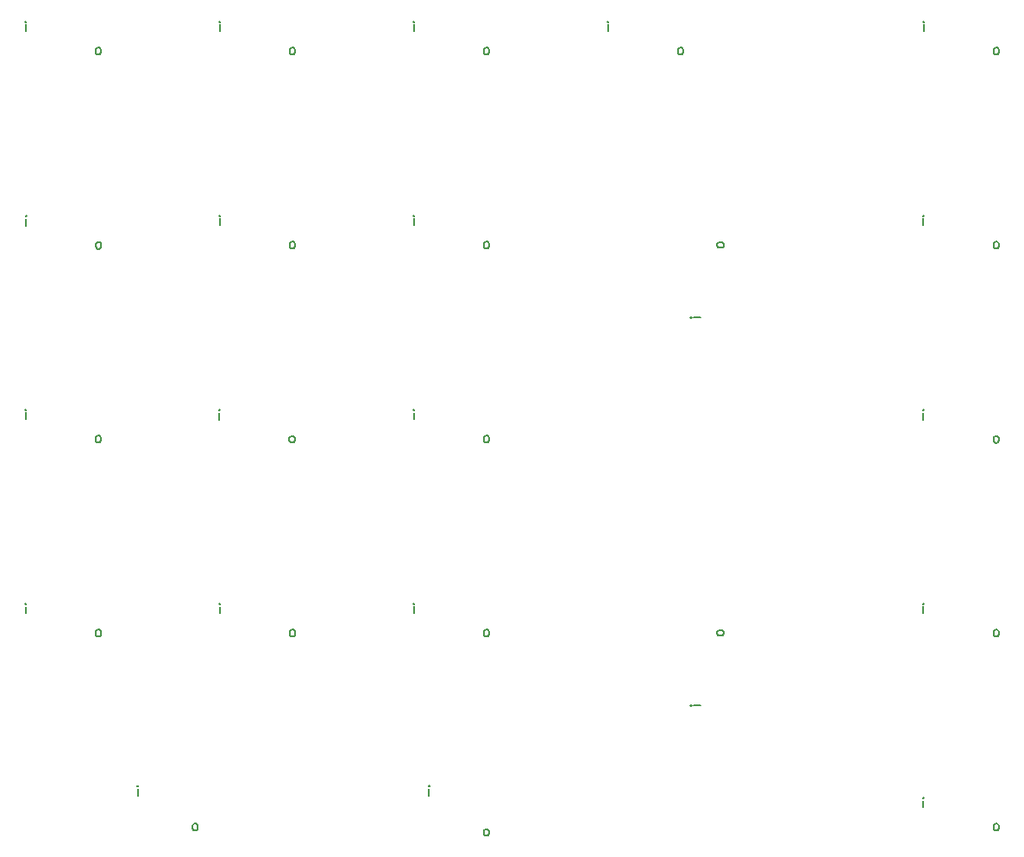
<source format=gbr>
%TF.GenerationSoftware,KiCad,Pcbnew,8.0.6*%
%TF.CreationDate,2024-11-30T15:29:51-05:00*%
%TF.ProjectId,keyboard,6b657962-6f61-4726-942e-6b696361645f,rev?*%
%TF.SameCoordinates,Original*%
%TF.FileFunction,Legend,Top*%
%TF.FilePolarity,Positive*%
%FSLAX46Y46*%
G04 Gerber Fmt 4.6, Leading zero omitted, Abs format (unit mm)*
G04 Created by KiCad (PCBNEW 8.0.6) date 2024-11-30 15:29:51*
%MOMM*%
%LPD*%
G01*
G04 APERTURE LIST*
%ADD10C,0.150000*%
G04 APERTURE END LIST*
D10*
X163949776Y-74625674D02*
X163949776Y-73959007D01*
X163949776Y-73625674D02*
X163997395Y-73673293D01*
X163997395Y-73673293D02*
X163949776Y-73720912D01*
X163949776Y-73720912D02*
X163902157Y-73673293D01*
X163902157Y-73673293D02*
X163949776Y-73625674D01*
X163949776Y-73625674D02*
X163949776Y-73720912D01*
X171146919Y-76895674D02*
X171242157Y-76848055D01*
X171242157Y-76848055D02*
X171289776Y-76800435D01*
X171289776Y-76800435D02*
X171337395Y-76705197D01*
X171337395Y-76705197D02*
X171337395Y-76419483D01*
X171337395Y-76419483D02*
X171289776Y-76324245D01*
X171289776Y-76324245D02*
X171242157Y-76276626D01*
X171242157Y-76276626D02*
X171146919Y-76229007D01*
X171146919Y-76229007D02*
X171004062Y-76229007D01*
X171004062Y-76229007D02*
X170908824Y-76276626D01*
X170908824Y-76276626D02*
X170861205Y-76324245D01*
X170861205Y-76324245D02*
X170813586Y-76419483D01*
X170813586Y-76419483D02*
X170813586Y-76705197D01*
X170813586Y-76705197D02*
X170861205Y-76800435D01*
X170861205Y-76800435D02*
X170908824Y-76848055D01*
X170908824Y-76848055D02*
X171004062Y-76895674D01*
X171004062Y-76895674D02*
X171146919Y-76895674D01*
X190171519Y-115021074D02*
X190266757Y-114973455D01*
X190266757Y-114973455D02*
X190314376Y-114925835D01*
X190314376Y-114925835D02*
X190361995Y-114830597D01*
X190361995Y-114830597D02*
X190361995Y-114544883D01*
X190361995Y-114544883D02*
X190314376Y-114449645D01*
X190314376Y-114449645D02*
X190266757Y-114402026D01*
X190266757Y-114402026D02*
X190171519Y-114354407D01*
X190171519Y-114354407D02*
X190028662Y-114354407D01*
X190028662Y-114354407D02*
X189933424Y-114402026D01*
X189933424Y-114402026D02*
X189885805Y-114449645D01*
X189885805Y-114449645D02*
X189838186Y-114544883D01*
X189838186Y-114544883D02*
X189838186Y-114830597D01*
X189838186Y-114830597D02*
X189885805Y-114925835D01*
X189885805Y-114925835D02*
X189933424Y-114973455D01*
X189933424Y-114973455D02*
X190028662Y-115021074D01*
X190028662Y-115021074D02*
X190171519Y-115021074D01*
X182974376Y-112751074D02*
X182974376Y-112084407D01*
X182974376Y-111751074D02*
X183021995Y-111798693D01*
X183021995Y-111798693D02*
X182974376Y-111846312D01*
X182974376Y-111846312D02*
X182926757Y-111798693D01*
X182926757Y-111798693D02*
X182974376Y-111751074D01*
X182974376Y-111751074D02*
X182974376Y-111846312D01*
X202043220Y-74622320D02*
X202043220Y-73955653D01*
X202043220Y-73622320D02*
X202090839Y-73669939D01*
X202090839Y-73669939D02*
X202043220Y-73717558D01*
X202043220Y-73717558D02*
X201995601Y-73669939D01*
X201995601Y-73669939D02*
X202043220Y-73622320D01*
X202043220Y-73622320D02*
X202043220Y-73717558D01*
X209240363Y-76892320D02*
X209335601Y-76844701D01*
X209335601Y-76844701D02*
X209383220Y-76797081D01*
X209383220Y-76797081D02*
X209430839Y-76701843D01*
X209430839Y-76701843D02*
X209430839Y-76416129D01*
X209430839Y-76416129D02*
X209383220Y-76320891D01*
X209383220Y-76320891D02*
X209335601Y-76273272D01*
X209335601Y-76273272D02*
X209240363Y-76225653D01*
X209240363Y-76225653D02*
X209097506Y-76225653D01*
X209097506Y-76225653D02*
X209002268Y-76273272D01*
X209002268Y-76273272D02*
X208954649Y-76320891D01*
X208954649Y-76320891D02*
X208907030Y-76416129D01*
X208907030Y-76416129D02*
X208907030Y-76701843D01*
X208907030Y-76701843D02*
X208954649Y-76797081D01*
X208954649Y-76797081D02*
X209002268Y-76844701D01*
X209002268Y-76844701D02*
X209097506Y-76892320D01*
X209097506Y-76892320D02*
X209240363Y-76892320D01*
X252073264Y-74625674D02*
X252073264Y-73959007D01*
X252073264Y-73625674D02*
X252120883Y-73673293D01*
X252120883Y-73673293D02*
X252073264Y-73720912D01*
X252073264Y-73720912D02*
X252025645Y-73673293D01*
X252025645Y-73673293D02*
X252073264Y-73625674D01*
X252073264Y-73625674D02*
X252073264Y-73720912D01*
X259270407Y-76895674D02*
X259365645Y-76848055D01*
X259365645Y-76848055D02*
X259413264Y-76800435D01*
X259413264Y-76800435D02*
X259460883Y-76705197D01*
X259460883Y-76705197D02*
X259460883Y-76419483D01*
X259460883Y-76419483D02*
X259413264Y-76324245D01*
X259413264Y-76324245D02*
X259365645Y-76276626D01*
X259365645Y-76276626D02*
X259270407Y-76229007D01*
X259270407Y-76229007D02*
X259127550Y-76229007D01*
X259127550Y-76229007D02*
X259032312Y-76276626D01*
X259032312Y-76276626D02*
X258984693Y-76324245D01*
X258984693Y-76324245D02*
X258937074Y-76419483D01*
X258937074Y-76419483D02*
X258937074Y-76705197D01*
X258937074Y-76705197D02*
X258984693Y-76800435D01*
X258984693Y-76800435D02*
X259032312Y-76848055D01*
X259032312Y-76848055D02*
X259127550Y-76895674D01*
X259127550Y-76895674D02*
X259270407Y-76895674D01*
X171146919Y-114995674D02*
X171242157Y-114948055D01*
X171242157Y-114948055D02*
X171289776Y-114900435D01*
X171289776Y-114900435D02*
X171337395Y-114805197D01*
X171337395Y-114805197D02*
X171337395Y-114519483D01*
X171337395Y-114519483D02*
X171289776Y-114424245D01*
X171289776Y-114424245D02*
X171242157Y-114376626D01*
X171242157Y-114376626D02*
X171146919Y-114329007D01*
X171146919Y-114329007D02*
X171004062Y-114329007D01*
X171004062Y-114329007D02*
X170908824Y-114376626D01*
X170908824Y-114376626D02*
X170861205Y-114424245D01*
X170861205Y-114424245D02*
X170813586Y-114519483D01*
X170813586Y-114519483D02*
X170813586Y-114805197D01*
X170813586Y-114805197D02*
X170861205Y-114900435D01*
X170861205Y-114900435D02*
X170908824Y-114948055D01*
X170908824Y-114948055D02*
X171004062Y-114995674D01*
X171004062Y-114995674D02*
X171146919Y-114995674D01*
X163949776Y-112725674D02*
X163949776Y-112059007D01*
X163949776Y-111725674D02*
X163997395Y-111773293D01*
X163997395Y-111773293D02*
X163949776Y-111820912D01*
X163949776Y-111820912D02*
X163902157Y-111773293D01*
X163902157Y-111773293D02*
X163949776Y-111725674D01*
X163949776Y-111725674D02*
X163949776Y-111820912D01*
X190196919Y-76895674D02*
X190292157Y-76848055D01*
X190292157Y-76848055D02*
X190339776Y-76800435D01*
X190339776Y-76800435D02*
X190387395Y-76705197D01*
X190387395Y-76705197D02*
X190387395Y-76419483D01*
X190387395Y-76419483D02*
X190339776Y-76324245D01*
X190339776Y-76324245D02*
X190292157Y-76276626D01*
X190292157Y-76276626D02*
X190196919Y-76229007D01*
X190196919Y-76229007D02*
X190054062Y-76229007D01*
X190054062Y-76229007D02*
X189958824Y-76276626D01*
X189958824Y-76276626D02*
X189911205Y-76324245D01*
X189911205Y-76324245D02*
X189863586Y-76419483D01*
X189863586Y-76419483D02*
X189863586Y-76705197D01*
X189863586Y-76705197D02*
X189911205Y-76800435D01*
X189911205Y-76800435D02*
X189958824Y-76848055D01*
X189958824Y-76848055D02*
X190054062Y-76895674D01*
X190054062Y-76895674D02*
X190196919Y-76895674D01*
X182999776Y-74625674D02*
X182999776Y-73959007D01*
X182999776Y-73625674D02*
X183047395Y-73673293D01*
X183047395Y-73673293D02*
X182999776Y-73720912D01*
X182999776Y-73720912D02*
X182952157Y-73673293D01*
X182952157Y-73673293D02*
X182999776Y-73625674D01*
X182999776Y-73625674D02*
X182999776Y-73720912D01*
X259264407Y-95944964D02*
X259359645Y-95897345D01*
X259359645Y-95897345D02*
X259407264Y-95849725D01*
X259407264Y-95849725D02*
X259454883Y-95754487D01*
X259454883Y-95754487D02*
X259454883Y-95468773D01*
X259454883Y-95468773D02*
X259407264Y-95373535D01*
X259407264Y-95373535D02*
X259359645Y-95325916D01*
X259359645Y-95325916D02*
X259264407Y-95278297D01*
X259264407Y-95278297D02*
X259121550Y-95278297D01*
X259121550Y-95278297D02*
X259026312Y-95325916D01*
X259026312Y-95325916D02*
X258978693Y-95373535D01*
X258978693Y-95373535D02*
X258931074Y-95468773D01*
X258931074Y-95468773D02*
X258931074Y-95754487D01*
X258931074Y-95754487D02*
X258978693Y-95849725D01*
X258978693Y-95849725D02*
X259026312Y-95897345D01*
X259026312Y-95897345D02*
X259121550Y-95944964D01*
X259121550Y-95944964D02*
X259264407Y-95944964D01*
X252067264Y-93674964D02*
X252067264Y-93008297D01*
X252067264Y-92674964D02*
X252114883Y-92722583D01*
X252114883Y-92722583D02*
X252067264Y-92770202D01*
X252067264Y-92770202D02*
X252019645Y-92722583D01*
X252019645Y-92722583D02*
X252067264Y-92674964D01*
X252067264Y-92674964D02*
X252067264Y-92770202D01*
X171157807Y-134052592D02*
X171253045Y-134004973D01*
X171253045Y-134004973D02*
X171300664Y-133957353D01*
X171300664Y-133957353D02*
X171348283Y-133862115D01*
X171348283Y-133862115D02*
X171348283Y-133576401D01*
X171348283Y-133576401D02*
X171300664Y-133481163D01*
X171300664Y-133481163D02*
X171253045Y-133433544D01*
X171253045Y-133433544D02*
X171157807Y-133385925D01*
X171157807Y-133385925D02*
X171014950Y-133385925D01*
X171014950Y-133385925D02*
X170919712Y-133433544D01*
X170919712Y-133433544D02*
X170872093Y-133481163D01*
X170872093Y-133481163D02*
X170824474Y-133576401D01*
X170824474Y-133576401D02*
X170824474Y-133862115D01*
X170824474Y-133862115D02*
X170872093Y-133957353D01*
X170872093Y-133957353D02*
X170919712Y-134004973D01*
X170919712Y-134004973D02*
X171014950Y-134052592D01*
X171014950Y-134052592D02*
X171157807Y-134052592D01*
X163960664Y-131782592D02*
X163960664Y-131115925D01*
X163960664Y-130782592D02*
X164008283Y-130830211D01*
X164008283Y-130830211D02*
X163960664Y-130877830D01*
X163960664Y-130877830D02*
X163913045Y-130830211D01*
X163913045Y-130830211D02*
X163960664Y-130782592D01*
X163960664Y-130782592D02*
X163960664Y-130877830D01*
X221099776Y-74625674D02*
X221099776Y-73959007D01*
X221099776Y-73625674D02*
X221147395Y-73673293D01*
X221147395Y-73673293D02*
X221099776Y-73720912D01*
X221099776Y-73720912D02*
X221052157Y-73673293D01*
X221052157Y-73673293D02*
X221099776Y-73625674D01*
X221099776Y-73625674D02*
X221099776Y-73720912D01*
X228296919Y-76895674D02*
X228392157Y-76848055D01*
X228392157Y-76848055D02*
X228439776Y-76800435D01*
X228439776Y-76800435D02*
X228487395Y-76705197D01*
X228487395Y-76705197D02*
X228487395Y-76419483D01*
X228487395Y-76419483D02*
X228439776Y-76324245D01*
X228439776Y-76324245D02*
X228392157Y-76276626D01*
X228392157Y-76276626D02*
X228296919Y-76229007D01*
X228296919Y-76229007D02*
X228154062Y-76229007D01*
X228154062Y-76229007D02*
X228058824Y-76276626D01*
X228058824Y-76276626D02*
X228011205Y-76324245D01*
X228011205Y-76324245D02*
X227963586Y-76419483D01*
X227963586Y-76419483D02*
X227963586Y-76705197D01*
X227963586Y-76705197D02*
X228011205Y-76800435D01*
X228011205Y-76800435D02*
X228058824Y-76848055D01*
X228058824Y-76848055D02*
X228154062Y-76895674D01*
X228154062Y-76895674D02*
X228296919Y-76895674D01*
X183010664Y-131782592D02*
X183010664Y-131115925D01*
X183010664Y-130782592D02*
X183058283Y-130830211D01*
X183058283Y-130830211D02*
X183010664Y-130877830D01*
X183010664Y-130877830D02*
X182963045Y-130830211D01*
X182963045Y-130830211D02*
X183010664Y-130782592D01*
X183010664Y-130782592D02*
X183010664Y-130877830D01*
X190207807Y-134052592D02*
X190303045Y-134004973D01*
X190303045Y-134004973D02*
X190350664Y-133957353D01*
X190350664Y-133957353D02*
X190398283Y-133862115D01*
X190398283Y-133862115D02*
X190398283Y-133576401D01*
X190398283Y-133576401D02*
X190350664Y-133481163D01*
X190350664Y-133481163D02*
X190303045Y-133433544D01*
X190303045Y-133433544D02*
X190207807Y-133385925D01*
X190207807Y-133385925D02*
X190064950Y-133385925D01*
X190064950Y-133385925D02*
X189969712Y-133433544D01*
X189969712Y-133433544D02*
X189922093Y-133481163D01*
X189922093Y-133481163D02*
X189874474Y-133576401D01*
X189874474Y-133576401D02*
X189874474Y-133862115D01*
X189874474Y-133862115D02*
X189922093Y-133957353D01*
X189922093Y-133957353D02*
X189969712Y-134004973D01*
X189969712Y-134004973D02*
X190064950Y-134052592D01*
X190064950Y-134052592D02*
X190207807Y-134052592D01*
X174954776Y-149675674D02*
X174954776Y-149009007D01*
X174954776Y-148675674D02*
X175002395Y-148723293D01*
X175002395Y-148723293D02*
X174954776Y-148770912D01*
X174954776Y-148770912D02*
X174907157Y-148723293D01*
X174907157Y-148723293D02*
X174954776Y-148675674D01*
X174954776Y-148675674D02*
X174954776Y-148770912D01*
X180671919Y-153095674D02*
X180767157Y-153048055D01*
X180767157Y-153048055D02*
X180814776Y-153000435D01*
X180814776Y-153000435D02*
X180862395Y-152905197D01*
X180862395Y-152905197D02*
X180862395Y-152619483D01*
X180862395Y-152619483D02*
X180814776Y-152524245D01*
X180814776Y-152524245D02*
X180767157Y-152476626D01*
X180767157Y-152476626D02*
X180671919Y-152429007D01*
X180671919Y-152429007D02*
X180529062Y-152429007D01*
X180529062Y-152429007D02*
X180433824Y-152476626D01*
X180433824Y-152476626D02*
X180386205Y-152524245D01*
X180386205Y-152524245D02*
X180338586Y-152619483D01*
X180338586Y-152619483D02*
X180338586Y-152905197D01*
X180338586Y-152905197D02*
X180386205Y-153000435D01*
X180386205Y-153000435D02*
X180433824Y-153048055D01*
X180433824Y-153048055D02*
X180529062Y-153095674D01*
X180529062Y-153095674D02*
X180671919Y-153095674D01*
X209252319Y-153625674D02*
X209347557Y-153578055D01*
X209347557Y-153578055D02*
X209395176Y-153530435D01*
X209395176Y-153530435D02*
X209442795Y-153435197D01*
X209442795Y-153435197D02*
X209442795Y-153149483D01*
X209442795Y-153149483D02*
X209395176Y-153054245D01*
X209395176Y-153054245D02*
X209347557Y-153006626D01*
X209347557Y-153006626D02*
X209252319Y-152959007D01*
X209252319Y-152959007D02*
X209109462Y-152959007D01*
X209109462Y-152959007D02*
X209014224Y-153006626D01*
X209014224Y-153006626D02*
X208966605Y-153054245D01*
X208966605Y-153054245D02*
X208918986Y-153149483D01*
X208918986Y-153149483D02*
X208918986Y-153435197D01*
X208918986Y-153435197D02*
X208966605Y-153530435D01*
X208966605Y-153530435D02*
X209014224Y-153578055D01*
X209014224Y-153578055D02*
X209109462Y-153625674D01*
X209109462Y-153625674D02*
X209252319Y-153625674D01*
X203555176Y-149675674D02*
X203555176Y-149009007D01*
X203555176Y-148675674D02*
X203602795Y-148723293D01*
X203602795Y-148723293D02*
X203555176Y-148770912D01*
X203555176Y-148770912D02*
X203507557Y-148723293D01*
X203507557Y-148723293D02*
X203555176Y-148675674D01*
X203555176Y-148675674D02*
X203555176Y-148770912D01*
X171178319Y-95976119D02*
X171273557Y-95928500D01*
X171273557Y-95928500D02*
X171321176Y-95880880D01*
X171321176Y-95880880D02*
X171368795Y-95785642D01*
X171368795Y-95785642D02*
X171368795Y-95499928D01*
X171368795Y-95499928D02*
X171321176Y-95404690D01*
X171321176Y-95404690D02*
X171273557Y-95357071D01*
X171273557Y-95357071D02*
X171178319Y-95309452D01*
X171178319Y-95309452D02*
X171035462Y-95309452D01*
X171035462Y-95309452D02*
X170940224Y-95357071D01*
X170940224Y-95357071D02*
X170892605Y-95404690D01*
X170892605Y-95404690D02*
X170844986Y-95499928D01*
X170844986Y-95499928D02*
X170844986Y-95785642D01*
X170844986Y-95785642D02*
X170892605Y-95880880D01*
X170892605Y-95880880D02*
X170940224Y-95928500D01*
X170940224Y-95928500D02*
X171035462Y-95976119D01*
X171035462Y-95976119D02*
X171178319Y-95976119D01*
X163981176Y-93706119D02*
X163981176Y-93039452D01*
X163981176Y-92706119D02*
X164028795Y-92753738D01*
X164028795Y-92753738D02*
X163981176Y-92801357D01*
X163981176Y-92801357D02*
X163933557Y-92753738D01*
X163933557Y-92753738D02*
X163981176Y-92706119D01*
X163981176Y-92706119D02*
X163981176Y-92801357D01*
X252068376Y-150830719D02*
X252068376Y-150164052D01*
X252068376Y-149830719D02*
X252115995Y-149878338D01*
X252115995Y-149878338D02*
X252068376Y-149925957D01*
X252068376Y-149925957D02*
X252020757Y-149878338D01*
X252020757Y-149878338D02*
X252068376Y-149830719D01*
X252068376Y-149830719D02*
X252068376Y-149925957D01*
X259265519Y-153100719D02*
X259360757Y-153053100D01*
X259360757Y-153053100D02*
X259408376Y-153005480D01*
X259408376Y-153005480D02*
X259455995Y-152910242D01*
X259455995Y-152910242D02*
X259455995Y-152624528D01*
X259455995Y-152624528D02*
X259408376Y-152529290D01*
X259408376Y-152529290D02*
X259360757Y-152481671D01*
X259360757Y-152481671D02*
X259265519Y-152434052D01*
X259265519Y-152434052D02*
X259122662Y-152434052D01*
X259122662Y-152434052D02*
X259027424Y-152481671D01*
X259027424Y-152481671D02*
X258979805Y-152529290D01*
X258979805Y-152529290D02*
X258932186Y-152624528D01*
X258932186Y-152624528D02*
X258932186Y-152910242D01*
X258932186Y-152910242D02*
X258979805Y-153005480D01*
X258979805Y-153005480D02*
X259027424Y-153053100D01*
X259027424Y-153053100D02*
X259122662Y-153100719D01*
X259122662Y-153100719D02*
X259265519Y-153100719D01*
X252067264Y-131774964D02*
X252067264Y-131108297D01*
X252067264Y-130774964D02*
X252114883Y-130822583D01*
X252114883Y-130822583D02*
X252067264Y-130870202D01*
X252067264Y-130870202D02*
X252019645Y-130822583D01*
X252019645Y-130822583D02*
X252067264Y-130774964D01*
X252067264Y-130774964D02*
X252067264Y-130870202D01*
X259264407Y-134044964D02*
X259359645Y-133997345D01*
X259359645Y-133997345D02*
X259407264Y-133949725D01*
X259407264Y-133949725D02*
X259454883Y-133854487D01*
X259454883Y-133854487D02*
X259454883Y-133568773D01*
X259454883Y-133568773D02*
X259407264Y-133473535D01*
X259407264Y-133473535D02*
X259359645Y-133425916D01*
X259359645Y-133425916D02*
X259264407Y-133378297D01*
X259264407Y-133378297D02*
X259121550Y-133378297D01*
X259121550Y-133378297D02*
X259026312Y-133425916D01*
X259026312Y-133425916D02*
X258978693Y-133473535D01*
X258978693Y-133473535D02*
X258931074Y-133568773D01*
X258931074Y-133568773D02*
X258931074Y-133854487D01*
X258931074Y-133854487D02*
X258978693Y-133949725D01*
X258978693Y-133949725D02*
X259026312Y-133997345D01*
X259026312Y-133997345D02*
X259121550Y-134044964D01*
X259121550Y-134044964D02*
X259264407Y-134044964D01*
X209251807Y-134044964D02*
X209347045Y-133997345D01*
X209347045Y-133997345D02*
X209394664Y-133949725D01*
X209394664Y-133949725D02*
X209442283Y-133854487D01*
X209442283Y-133854487D02*
X209442283Y-133568773D01*
X209442283Y-133568773D02*
X209394664Y-133473535D01*
X209394664Y-133473535D02*
X209347045Y-133425916D01*
X209347045Y-133425916D02*
X209251807Y-133378297D01*
X209251807Y-133378297D02*
X209108950Y-133378297D01*
X209108950Y-133378297D02*
X209013712Y-133425916D01*
X209013712Y-133425916D02*
X208966093Y-133473535D01*
X208966093Y-133473535D02*
X208918474Y-133568773D01*
X208918474Y-133568773D02*
X208918474Y-133854487D01*
X208918474Y-133854487D02*
X208966093Y-133949725D01*
X208966093Y-133949725D02*
X209013712Y-133997345D01*
X209013712Y-133997345D02*
X209108950Y-134044964D01*
X209108950Y-134044964D02*
X209251807Y-134044964D01*
X202054664Y-131774964D02*
X202054664Y-131108297D01*
X202054664Y-130774964D02*
X202102283Y-130822583D01*
X202102283Y-130822583D02*
X202054664Y-130870202D01*
X202054664Y-130870202D02*
X202007045Y-130822583D01*
X202007045Y-130822583D02*
X202054664Y-130774964D01*
X202054664Y-130774964D02*
X202054664Y-130870202D01*
X202049776Y-112727074D02*
X202049776Y-112060407D01*
X202049776Y-111727074D02*
X202097395Y-111774693D01*
X202097395Y-111774693D02*
X202049776Y-111822312D01*
X202049776Y-111822312D02*
X202002157Y-111774693D01*
X202002157Y-111774693D02*
X202049776Y-111727074D01*
X202049776Y-111727074D02*
X202049776Y-111822312D01*
X209246919Y-114997074D02*
X209342157Y-114949455D01*
X209342157Y-114949455D02*
X209389776Y-114901835D01*
X209389776Y-114901835D02*
X209437395Y-114806597D01*
X209437395Y-114806597D02*
X209437395Y-114520883D01*
X209437395Y-114520883D02*
X209389776Y-114425645D01*
X209389776Y-114425645D02*
X209342157Y-114378026D01*
X209342157Y-114378026D02*
X209246919Y-114330407D01*
X209246919Y-114330407D02*
X209104062Y-114330407D01*
X209104062Y-114330407D02*
X209008824Y-114378026D01*
X209008824Y-114378026D02*
X208961205Y-114425645D01*
X208961205Y-114425645D02*
X208913586Y-114520883D01*
X208913586Y-114520883D02*
X208913586Y-114806597D01*
X208913586Y-114806597D02*
X208961205Y-114901835D01*
X208961205Y-114901835D02*
X209008824Y-114949455D01*
X209008824Y-114949455D02*
X209104062Y-114997074D01*
X209104062Y-114997074D02*
X209246919Y-114997074D01*
X230201364Y-140833335D02*
X229534697Y-140833335D01*
X229201364Y-140833335D02*
X229248983Y-140785716D01*
X229248983Y-140785716D02*
X229296602Y-140833335D01*
X229296602Y-140833335D02*
X229248983Y-140880954D01*
X229248983Y-140880954D02*
X229201364Y-140833335D01*
X229201364Y-140833335D02*
X229296602Y-140833335D01*
X232471364Y-133636192D02*
X232423745Y-133540954D01*
X232423745Y-133540954D02*
X232376125Y-133493335D01*
X232376125Y-133493335D02*
X232280887Y-133445716D01*
X232280887Y-133445716D02*
X231995173Y-133445716D01*
X231995173Y-133445716D02*
X231899935Y-133493335D01*
X231899935Y-133493335D02*
X231852316Y-133540954D01*
X231852316Y-133540954D02*
X231804697Y-133636192D01*
X231804697Y-133636192D02*
X231804697Y-133779049D01*
X231804697Y-133779049D02*
X231852316Y-133874287D01*
X231852316Y-133874287D02*
X231899935Y-133921906D01*
X231899935Y-133921906D02*
X231995173Y-133969525D01*
X231995173Y-133969525D02*
X232280887Y-133969525D01*
X232280887Y-133969525D02*
X232376125Y-133921906D01*
X232376125Y-133921906D02*
X232423745Y-133874287D01*
X232423745Y-133874287D02*
X232471364Y-133779049D01*
X232471364Y-133779049D02*
X232471364Y-133636192D01*
X183004664Y-93674964D02*
X183004664Y-93008297D01*
X183004664Y-92674964D02*
X183052283Y-92722583D01*
X183052283Y-92722583D02*
X183004664Y-92770202D01*
X183004664Y-92770202D02*
X182957045Y-92722583D01*
X182957045Y-92722583D02*
X183004664Y-92674964D01*
X183004664Y-92674964D02*
X183004664Y-92770202D01*
X190201807Y-95944964D02*
X190297045Y-95897345D01*
X190297045Y-95897345D02*
X190344664Y-95849725D01*
X190344664Y-95849725D02*
X190392283Y-95754487D01*
X190392283Y-95754487D02*
X190392283Y-95468773D01*
X190392283Y-95468773D02*
X190344664Y-95373535D01*
X190344664Y-95373535D02*
X190297045Y-95325916D01*
X190297045Y-95325916D02*
X190201807Y-95278297D01*
X190201807Y-95278297D02*
X190058950Y-95278297D01*
X190058950Y-95278297D02*
X189963712Y-95325916D01*
X189963712Y-95325916D02*
X189916093Y-95373535D01*
X189916093Y-95373535D02*
X189868474Y-95468773D01*
X189868474Y-95468773D02*
X189868474Y-95754487D01*
X189868474Y-95754487D02*
X189916093Y-95849725D01*
X189916093Y-95849725D02*
X189963712Y-95897345D01*
X189963712Y-95897345D02*
X190058950Y-95944964D01*
X190058950Y-95944964D02*
X190201807Y-95944964D01*
X232477592Y-95548192D02*
X232429973Y-95452954D01*
X232429973Y-95452954D02*
X232382353Y-95405335D01*
X232382353Y-95405335D02*
X232287115Y-95357716D01*
X232287115Y-95357716D02*
X232001401Y-95357716D01*
X232001401Y-95357716D02*
X231906163Y-95405335D01*
X231906163Y-95405335D02*
X231858544Y-95452954D01*
X231858544Y-95452954D02*
X231810925Y-95548192D01*
X231810925Y-95548192D02*
X231810925Y-95691049D01*
X231810925Y-95691049D02*
X231858544Y-95786287D01*
X231858544Y-95786287D02*
X231906163Y-95833906D01*
X231906163Y-95833906D02*
X232001401Y-95881525D01*
X232001401Y-95881525D02*
X232287115Y-95881525D01*
X232287115Y-95881525D02*
X232382353Y-95833906D01*
X232382353Y-95833906D02*
X232429973Y-95786287D01*
X232429973Y-95786287D02*
X232477592Y-95691049D01*
X232477592Y-95691049D02*
X232477592Y-95548192D01*
X230207592Y-102745335D02*
X229540925Y-102745335D01*
X229207592Y-102745335D02*
X229255211Y-102697716D01*
X229255211Y-102697716D02*
X229302830Y-102745335D01*
X229302830Y-102745335D02*
X229255211Y-102792954D01*
X229255211Y-102792954D02*
X229207592Y-102745335D01*
X229207592Y-102745335D02*
X229302830Y-102745335D01*
X202041264Y-93674964D02*
X202041264Y-93008297D01*
X202041264Y-92674964D02*
X202088883Y-92722583D01*
X202088883Y-92722583D02*
X202041264Y-92770202D01*
X202041264Y-92770202D02*
X201993645Y-92722583D01*
X201993645Y-92722583D02*
X202041264Y-92674964D01*
X202041264Y-92674964D02*
X202041264Y-92770202D01*
X209238407Y-95944964D02*
X209333645Y-95897345D01*
X209333645Y-95897345D02*
X209381264Y-95849725D01*
X209381264Y-95849725D02*
X209428883Y-95754487D01*
X209428883Y-95754487D02*
X209428883Y-95468773D01*
X209428883Y-95468773D02*
X209381264Y-95373535D01*
X209381264Y-95373535D02*
X209333645Y-95325916D01*
X209333645Y-95325916D02*
X209238407Y-95278297D01*
X209238407Y-95278297D02*
X209095550Y-95278297D01*
X209095550Y-95278297D02*
X209000312Y-95325916D01*
X209000312Y-95325916D02*
X208952693Y-95373535D01*
X208952693Y-95373535D02*
X208905074Y-95468773D01*
X208905074Y-95468773D02*
X208905074Y-95754487D01*
X208905074Y-95754487D02*
X208952693Y-95849725D01*
X208952693Y-95849725D02*
X209000312Y-95897345D01*
X209000312Y-95897345D02*
X209095550Y-95944964D01*
X209095550Y-95944964D02*
X209238407Y-95944964D01*
X252068376Y-112756119D02*
X252068376Y-112089452D01*
X252068376Y-111756119D02*
X252115995Y-111803738D01*
X252115995Y-111803738D02*
X252068376Y-111851357D01*
X252068376Y-111851357D02*
X252020757Y-111803738D01*
X252020757Y-111803738D02*
X252068376Y-111756119D01*
X252068376Y-111756119D02*
X252068376Y-111851357D01*
X259265519Y-115026119D02*
X259360757Y-114978500D01*
X259360757Y-114978500D02*
X259408376Y-114930880D01*
X259408376Y-114930880D02*
X259455995Y-114835642D01*
X259455995Y-114835642D02*
X259455995Y-114549928D01*
X259455995Y-114549928D02*
X259408376Y-114454690D01*
X259408376Y-114454690D02*
X259360757Y-114407071D01*
X259360757Y-114407071D02*
X259265519Y-114359452D01*
X259265519Y-114359452D02*
X259122662Y-114359452D01*
X259122662Y-114359452D02*
X259027424Y-114407071D01*
X259027424Y-114407071D02*
X258979805Y-114454690D01*
X258979805Y-114454690D02*
X258932186Y-114549928D01*
X258932186Y-114549928D02*
X258932186Y-114835642D01*
X258932186Y-114835642D02*
X258979805Y-114930880D01*
X258979805Y-114930880D02*
X259027424Y-114978500D01*
X259027424Y-114978500D02*
X259122662Y-115026119D01*
X259122662Y-115026119D02*
X259265519Y-115026119D01*
M02*

</source>
